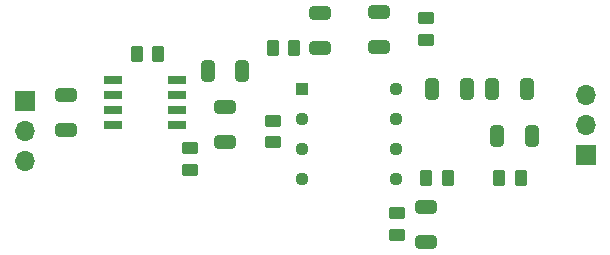
<source format=gbr>
%TF.GenerationSoftware,KiCad,Pcbnew,8.0.2*%
%TF.CreationDate,2024-07-10T18:46:52-04:00*%
%TF.ProjectId,EMGs,454d4773-2e6b-4696-9361-645f70636258,rev?*%
%TF.SameCoordinates,Original*%
%TF.FileFunction,Soldermask,Top*%
%TF.FilePolarity,Negative*%
%FSLAX46Y46*%
G04 Gerber Fmt 4.6, Leading zero omitted, Abs format (unit mm)*
G04 Created by KiCad (PCBNEW 8.0.2) date 2024-07-10 18:46:52*
%MOMM*%
%LPD*%
G01*
G04 APERTURE LIST*
G04 Aperture macros list*
%AMRoundRect*
0 Rectangle with rounded corners*
0 $1 Rounding radius*
0 $2 $3 $4 $5 $6 $7 $8 $9 X,Y pos of 4 corners*
0 Add a 4 corners polygon primitive as box body*
4,1,4,$2,$3,$4,$5,$6,$7,$8,$9,$2,$3,0*
0 Add four circle primitives for the rounded corners*
1,1,$1+$1,$2,$3*
1,1,$1+$1,$4,$5*
1,1,$1+$1,$6,$7*
1,1,$1+$1,$8,$9*
0 Add four rect primitives between the rounded corners*
20,1,$1+$1,$2,$3,$4,$5,0*
20,1,$1+$1,$4,$5,$6,$7,0*
20,1,$1+$1,$6,$7,$8,$9,0*
20,1,$1+$1,$8,$9,$2,$3,0*%
G04 Aperture macros list end*
%ADD10R,1.130000X1.130000*%
%ADD11C,1.130000*%
%ADD12RoundRect,0.250000X-0.325000X-0.650000X0.325000X-0.650000X0.325000X0.650000X-0.325000X0.650000X0*%
%ADD13RoundRect,0.250000X-0.650000X0.325000X-0.650000X-0.325000X0.650000X-0.325000X0.650000X0.325000X0*%
%ADD14RoundRect,0.250000X0.450000X-0.262500X0.450000X0.262500X-0.450000X0.262500X-0.450000X-0.262500X0*%
%ADD15RoundRect,0.250000X0.650000X-0.325000X0.650000X0.325000X-0.650000X0.325000X-0.650000X-0.325000X0*%
%ADD16RoundRect,0.250000X0.262500X0.450000X-0.262500X0.450000X-0.262500X-0.450000X0.262500X-0.450000X0*%
%ADD17R,1.700000X1.700000*%
%ADD18O,1.700000X1.700000*%
%ADD19RoundRect,0.250000X-0.262500X-0.450000X0.262500X-0.450000X0.262500X0.450000X-0.262500X0.450000X0*%
%ADD20R,1.528000X0.650000*%
G04 APERTURE END LIST*
D10*
X151500000Y-91460000D03*
D11*
X151500000Y-94000000D03*
X151500000Y-96540000D03*
X151500000Y-99080000D03*
X159440000Y-99080000D03*
X159440000Y-96540000D03*
X159440000Y-94000000D03*
X159440000Y-91460000D03*
D12*
X167550000Y-91500000D03*
X170500000Y-91500000D03*
X162500000Y-91500000D03*
X165450000Y-91500000D03*
X168000000Y-95500000D03*
X170950000Y-95500000D03*
D13*
X153000000Y-85050000D03*
X153000000Y-88000000D03*
D14*
X159500000Y-103825000D03*
X159500000Y-102000000D03*
D15*
X158000000Y-87950000D03*
X158000000Y-85000000D03*
D14*
X162000000Y-87325000D03*
X162000000Y-85500000D03*
D16*
X139325000Y-88500000D03*
X137500000Y-88500000D03*
D17*
X175500000Y-97080000D03*
D18*
X175500000Y-94540000D03*
X175500000Y-92000000D03*
D14*
X149000000Y-96000000D03*
X149000000Y-94175000D03*
D13*
X145000000Y-93050000D03*
X145000000Y-96000000D03*
D19*
X162000000Y-99000000D03*
X163825000Y-99000000D03*
D12*
X143500000Y-90000000D03*
X146450000Y-90000000D03*
D14*
X142000000Y-98325000D03*
X142000000Y-96500000D03*
D13*
X131500000Y-92000000D03*
X131500000Y-94950000D03*
D19*
X168175000Y-99000000D03*
X170000000Y-99000000D03*
X149000000Y-88000000D03*
X150825000Y-88000000D03*
D13*
X162000000Y-101500000D03*
X162000000Y-104450000D03*
D20*
X135500000Y-90690000D03*
X135500000Y-91960000D03*
X135500000Y-93230000D03*
X135500000Y-94500000D03*
X140922000Y-94500000D03*
X140922000Y-93230000D03*
X140922000Y-91960000D03*
X140922000Y-90690000D03*
D17*
X128000000Y-92460000D03*
D18*
X128000000Y-95000000D03*
X128000000Y-97540000D03*
M02*

</source>
